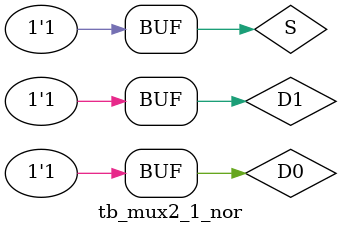
<source format=v>
module mux2_1_nor (Y, D0, D1, S);
  output Y;
  input D0, D1, S;
  
  wire w1, w2,w3;
  
  and a1(w1, D1, S);
  and a2(w2, D0, w3);
  not n1(w3, S);
  or o1(Y, w1, w2);
  
endmodule


module tb_mux2_1_nor;
  
  reg D0,D1,S;
  wire  Y;

  mux2_1_nor mux(Y,D0,D1,S);

    
    initial begin
            D0 = 0;D1 = 0;S = 0;
        #10;D0 = 0;D1 = 1;S = 0;
        #10;D0 = 1;D1 = 0;S = 1;
        #10;D0 = 1;D1 = 1;S = 1;
    end 
  initial
        
    $monitor($time,"\t, D0=%b, D1=%b, S=%b,",D0,D1,S);
endmodule
</source>
